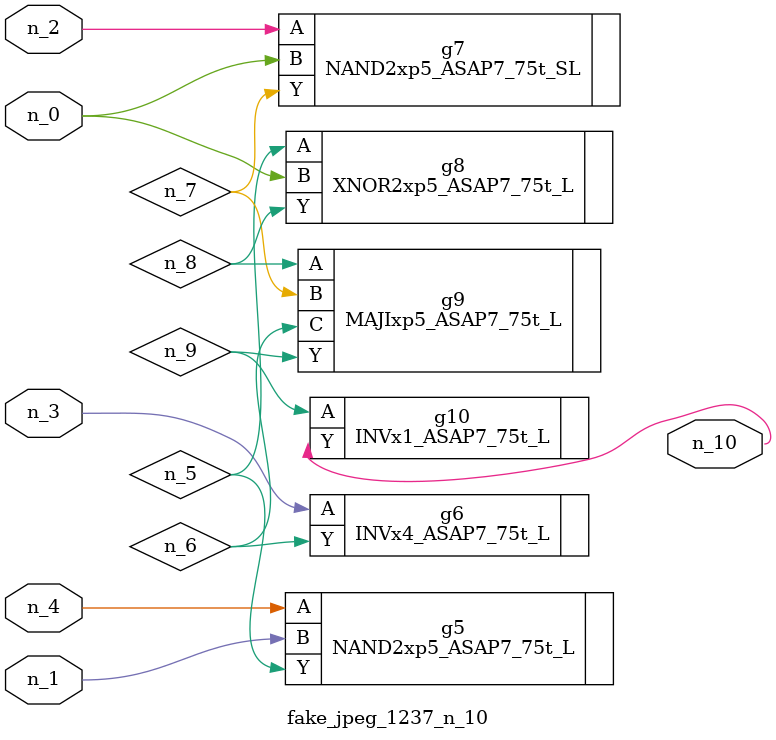
<source format=v>
module fake_jpeg_1237_n_10 (n_3, n_2, n_1, n_0, n_4, n_10);

input n_3;
input n_2;
input n_1;
input n_0;
input n_4;

output n_10;

wire n_8;
wire n_9;
wire n_6;
wire n_5;
wire n_7;

NAND2xp5_ASAP7_75t_L g5 ( 
.A(n_4),
.B(n_1),
.Y(n_5)
);

INVx4_ASAP7_75t_L g6 ( 
.A(n_3),
.Y(n_6)
);

NAND2xp5_ASAP7_75t_SL g7 ( 
.A(n_2),
.B(n_0),
.Y(n_7)
);

XNOR2xp5_ASAP7_75t_L g8 ( 
.A(n_5),
.B(n_0),
.Y(n_8)
);

MAJIxp5_ASAP7_75t_L g9 ( 
.A(n_8),
.B(n_7),
.C(n_6),
.Y(n_9)
);

INVx1_ASAP7_75t_L g10 ( 
.A(n_9),
.Y(n_10)
);


endmodule
</source>
